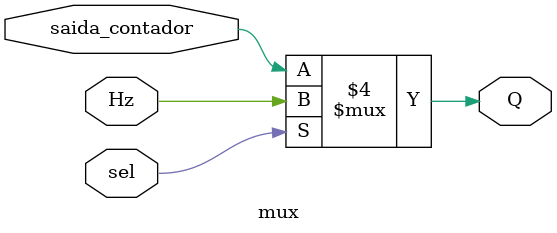
<source format=v>
module mux(input wire sel, saida_contador, Hz,
              output reg Q);
  
  always@*
  if (sel == 0)
    begin
      Q = saida_contador;
    end
  else
      Q = Hz;
  
endmodule
</source>
